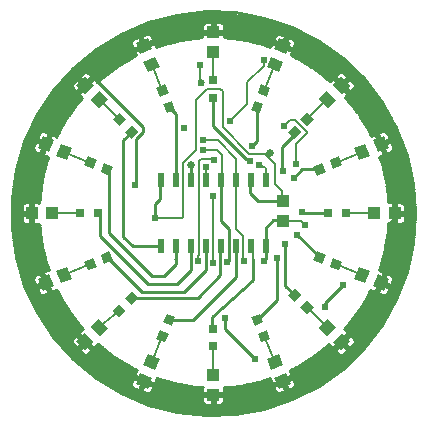
<source format=gtl>
G75*
%MOIN*%
%OFA0B0*%
%FSLAX25Y25*%
%IPPOS*%
%LPD*%
%AMOC8*
5,1,8,0,0,1.08239X$1,22.5*
%
%ADD10R,0.03150X0.03150*%
%ADD11R,0.04331X0.03937*%
%ADD12R,0.03150X0.03150*%
%ADD13R,0.03937X0.04331*%
%ADD14R,0.02362X0.04724*%
%ADD15C,0.02400*%
%ADD16C,0.01000*%
%ADD17C,0.00800*%
%ADD18C,0.02578*%
%ADD19C,0.02381*%
D10*
X0072760Y0026894D03*
X0072760Y0032799D03*
X0111146Y0071185D03*
X0117051Y0071185D03*
X0072760Y0109571D03*
X0072760Y0115476D03*
X0034374Y0071185D03*
X0028469Y0071185D03*
D11*
X0072760Y0017445D03*
X0072760Y0010752D03*
X0072760Y0124925D03*
X0072760Y0131618D03*
D12*
G36*
X0090529Y0110045D02*
X0087620Y0111250D01*
X0088825Y0114159D01*
X0091734Y0112954D01*
X0090529Y0110045D01*
G37*
G36*
X0088269Y0104589D02*
X0085360Y0105794D01*
X0086565Y0108703D01*
X0089474Y0107498D01*
X0088269Y0104589D01*
G37*
G36*
X0099885Y0096083D02*
X0097658Y0098310D01*
X0099885Y0100537D01*
X0102112Y0098310D01*
X0099885Y0096083D01*
G37*
G36*
X0104060Y0100259D02*
X0101833Y0102486D01*
X0104060Y0104713D01*
X0106287Y0102486D01*
X0104060Y0100259D01*
G37*
G36*
X0112825Y0086045D02*
X0111620Y0088954D01*
X0114529Y0090159D01*
X0115734Y0087250D01*
X0112825Y0086045D01*
G37*
G36*
X0107369Y0083785D02*
X0106164Y0086694D01*
X0109073Y0087899D01*
X0110278Y0084990D01*
X0107369Y0083785D01*
G37*
G36*
X0106164Y0055636D02*
X0107369Y0058545D01*
X0110278Y0057340D01*
X0109073Y0054431D01*
X0106164Y0055636D01*
G37*
G36*
X0111620Y0053376D02*
X0112825Y0056285D01*
X0115734Y0055080D01*
X0114529Y0052171D01*
X0111620Y0053376D01*
G37*
G36*
X0097658Y0044021D02*
X0099885Y0046248D01*
X0102112Y0044021D01*
X0099885Y0041794D01*
X0097658Y0044021D01*
G37*
G36*
X0101833Y0039845D02*
X0104060Y0042072D01*
X0106287Y0039845D01*
X0104060Y0037618D01*
X0101833Y0039845D01*
G37*
G36*
X0087620Y0031116D02*
X0090529Y0032321D01*
X0091734Y0029412D01*
X0088825Y0028207D01*
X0087620Y0031116D01*
G37*
G36*
X0085360Y0036572D02*
X0088269Y0037777D01*
X0089474Y0034868D01*
X0086565Y0033663D01*
X0085360Y0036572D01*
G37*
G36*
X0057211Y0037777D02*
X0060120Y0036572D01*
X0058915Y0033663D01*
X0056006Y0034868D01*
X0057211Y0037777D01*
G37*
G36*
X0054951Y0032321D02*
X0057860Y0031116D01*
X0056655Y0028207D01*
X0053746Y0029412D01*
X0054951Y0032321D01*
G37*
G36*
X0045596Y0045185D02*
X0047823Y0042958D01*
X0045596Y0040731D01*
X0043369Y0042958D01*
X0045596Y0045185D01*
G37*
G36*
X0041420Y0041009D02*
X0043647Y0038782D01*
X0041420Y0036555D01*
X0039193Y0038782D01*
X0041420Y0041009D01*
G37*
G36*
X0032691Y0056285D02*
X0033896Y0053376D01*
X0030987Y0052171D01*
X0029782Y0055080D01*
X0032691Y0056285D01*
G37*
G36*
X0038147Y0058545D02*
X0039352Y0055636D01*
X0036443Y0054431D01*
X0035238Y0057340D01*
X0038147Y0058545D01*
G37*
G36*
X0039352Y0086694D02*
X0038147Y0083785D01*
X0035238Y0084990D01*
X0036443Y0087899D01*
X0039352Y0086694D01*
G37*
G36*
X0033896Y0088954D02*
X0032691Y0086045D01*
X0029782Y0087250D01*
X0030987Y0090159D01*
X0033896Y0088954D01*
G37*
G36*
X0047823Y0098310D02*
X0045596Y0096083D01*
X0043369Y0098310D01*
X0045596Y0100537D01*
X0047823Y0098310D01*
G37*
G36*
X0043647Y0102486D02*
X0041420Y0100259D01*
X0039193Y0102486D01*
X0041420Y0104713D01*
X0043647Y0102486D01*
G37*
G36*
X0057860Y0111250D02*
X0054951Y0110045D01*
X0053746Y0112954D01*
X0056655Y0114159D01*
X0057860Y0111250D01*
G37*
G36*
X0060120Y0105794D02*
X0057211Y0104589D01*
X0056006Y0107498D01*
X0058915Y0108703D01*
X0060120Y0105794D01*
G37*
D13*
G36*
X0050943Y0118164D02*
X0049437Y0121799D01*
X0053437Y0123456D01*
X0054943Y0119821D01*
X0050943Y0118164D01*
G37*
G36*
X0048382Y0124347D02*
X0046876Y0127982D01*
X0050876Y0129639D01*
X0052382Y0126004D01*
X0048382Y0124347D01*
G37*
G36*
X0034593Y0106251D02*
X0031810Y0109034D01*
X0034871Y0112095D01*
X0037654Y0109312D01*
X0034593Y0106251D01*
G37*
G36*
X0029861Y0110984D02*
X0027078Y0113767D01*
X0030139Y0116828D01*
X0032922Y0114045D01*
X0029861Y0110984D01*
G37*
G36*
X0017901Y0091524D02*
X0014266Y0093030D01*
X0015923Y0097030D01*
X0019558Y0095524D01*
X0017901Y0091524D01*
G37*
G36*
X0024085Y0088962D02*
X0020450Y0090468D01*
X0022107Y0094468D01*
X0025742Y0092962D01*
X0024085Y0088962D01*
G37*
X0019020Y0071185D03*
X0012327Y0071185D03*
G36*
X0025742Y0049368D02*
X0022107Y0047862D01*
X0020450Y0051862D01*
X0024085Y0053368D01*
X0025742Y0049368D01*
G37*
G36*
X0019558Y0046807D02*
X0015923Y0045301D01*
X0014266Y0049301D01*
X0017901Y0050807D01*
X0019558Y0046807D01*
G37*
G36*
X0037654Y0033019D02*
X0034871Y0030236D01*
X0031810Y0033297D01*
X0034593Y0036080D01*
X0037654Y0033019D01*
G37*
G36*
X0032922Y0028286D02*
X0030139Y0025503D01*
X0027078Y0028564D01*
X0029861Y0031347D01*
X0032922Y0028286D01*
G37*
G36*
X0052382Y0016326D02*
X0050876Y0012691D01*
X0046876Y0014348D01*
X0048382Y0017983D01*
X0052382Y0016326D01*
G37*
G36*
X0054943Y0022510D02*
X0053437Y0018875D01*
X0049437Y0020532D01*
X0050943Y0024167D01*
X0054943Y0022510D01*
G37*
G36*
X0094569Y0024167D02*
X0096075Y0020532D01*
X0092075Y0018875D01*
X0090569Y0022510D01*
X0094569Y0024167D01*
G37*
G36*
X0097130Y0017983D02*
X0098636Y0014348D01*
X0094636Y0012691D01*
X0093130Y0016326D01*
X0097130Y0017983D01*
G37*
G36*
X0110887Y0036080D02*
X0113670Y0033297D01*
X0110609Y0030236D01*
X0107826Y0033019D01*
X0110887Y0036080D01*
G37*
G36*
X0115619Y0031347D02*
X0118402Y0028564D01*
X0115341Y0025503D01*
X0112558Y0028286D01*
X0115619Y0031347D01*
G37*
G36*
X0127579Y0050807D02*
X0131214Y0049301D01*
X0129557Y0045301D01*
X0125922Y0046807D01*
X0127579Y0050807D01*
G37*
G36*
X0121396Y0053368D02*
X0125031Y0051862D01*
X0123374Y0047862D01*
X0119739Y0049368D01*
X0121396Y0053368D01*
G37*
X0126500Y0071185D03*
X0133193Y0071185D03*
G36*
X0119739Y0092962D02*
X0123374Y0094468D01*
X0125031Y0090468D01*
X0121396Y0088962D01*
X0119739Y0092962D01*
G37*
G36*
X0125922Y0095524D02*
X0129557Y0097030D01*
X0131214Y0093030D01*
X0127579Y0091524D01*
X0125922Y0095524D01*
G37*
G36*
X0107826Y0109312D02*
X0110609Y0112095D01*
X0113670Y0109034D01*
X0110887Y0106251D01*
X0107826Y0109312D01*
G37*
G36*
X0112558Y0114045D02*
X0115341Y0116828D01*
X0118402Y0113767D01*
X0115619Y0110984D01*
X0112558Y0114045D01*
G37*
G36*
X0093130Y0126004D02*
X0094636Y0129639D01*
X0098636Y0127982D01*
X0097130Y0124347D01*
X0093130Y0126004D01*
G37*
G36*
X0090569Y0119821D02*
X0092075Y0123456D01*
X0096075Y0121799D01*
X0094569Y0118164D01*
X0090569Y0119821D01*
G37*
X0095988Y0075319D03*
X0095988Y0068626D03*
D14*
X0090260Y0060161D03*
X0085260Y0060161D03*
X0080260Y0060161D03*
X0075260Y0060161D03*
X0070260Y0060161D03*
X0065260Y0060161D03*
X0060260Y0060161D03*
X0055260Y0060161D03*
X0055260Y0082209D03*
X0060260Y0082209D03*
X0065260Y0082209D03*
X0070260Y0082209D03*
X0075260Y0082209D03*
X0080260Y0082209D03*
X0085260Y0082209D03*
X0090260Y0082209D03*
D15*
X0088114Y0087327D03*
X0084965Y0088508D03*
X0085752Y0093626D03*
X0078272Y0101894D03*
X0069217Y0095594D03*
X0069217Y0092445D03*
X0073154Y0088902D03*
X0072760Y0077091D03*
X0053469Y0069610D03*
X0046776Y0080634D03*
X0062917Y0099531D03*
X0068823Y0114689D03*
X0068429Y0120791D03*
X0089689Y0122366D03*
X0109374Y0122366D03*
X0096382Y0100319D03*
X0100319Y0087720D03*
X0099531Y0082996D03*
X0095988Y0085358D03*
X0102287Y0071579D03*
X0103469Y0067248D03*
X0100713Y0064098D03*
X0096776Y0060949D03*
X0094020Y0056224D03*
X0089689Y0055437D03*
X0082996Y0055437D03*
X0077484Y0055043D03*
X0072760Y0054650D03*
X0067642Y0055437D03*
X0076697Y0036146D03*
X0086539Y0022760D03*
X0110161Y0040083D03*
X0116067Y0047169D03*
X0126303Y0043232D03*
X0136146Y0087327D03*
X0058587Y0013311D03*
X0018823Y0041657D03*
X0013705Y0077878D03*
X0024335Y0110161D03*
X0034177Y0118429D03*
D16*
X0039990Y0023256D02*
X0025492Y0023256D01*
X0026002Y0022687D02*
X0019439Y0030012D01*
X0014012Y0038214D01*
X0009837Y0047119D01*
X0007004Y0056537D01*
X0005572Y0066268D01*
X0005572Y0076103D01*
X0007004Y0085833D01*
X0009837Y0095251D01*
X0014012Y0104156D01*
X0019439Y0112358D01*
X0026002Y0119683D01*
X0033561Y0125974D01*
X0041956Y0131098D01*
X0051008Y0134944D01*
X0060523Y0137432D01*
X0070299Y0138508D01*
X0080128Y0138149D01*
X0089799Y0136362D01*
X0099108Y0133187D01*
X0107854Y0128690D01*
X0115853Y0122967D01*
X0122933Y0116141D01*
X0128944Y0108356D01*
X0133758Y0099780D01*
X0137271Y0090594D01*
X0139410Y0080994D01*
X0140127Y0071185D01*
X0139410Y0061376D01*
X0137271Y0051776D01*
X0133758Y0042590D01*
X0128944Y0034014D01*
X0122933Y0026229D01*
X0115853Y0019403D01*
X0107854Y0013680D01*
X0099108Y0009183D01*
X0089799Y0006008D01*
X0080128Y0004222D01*
X0070299Y0003862D01*
X0060523Y0004938D01*
X0051008Y0007426D01*
X0041956Y0011272D01*
X0033561Y0016396D01*
X0026002Y0022687D01*
X0026517Y0022258D02*
X0041538Y0022258D01*
X0040837Y0022678D02*
X0045028Y0020165D01*
X0045047Y0020112D01*
X0045377Y0019956D01*
X0045691Y0019768D01*
X0045745Y0019782D01*
X0047304Y0019045D01*
X0047071Y0018741D01*
X0046428Y0017187D01*
X0049367Y0015970D01*
X0048996Y0015075D01*
X0049891Y0014705D01*
X0050262Y0015599D01*
X0053200Y0014382D01*
X0053844Y0015936D01*
X0053894Y0016315D01*
X0055515Y0015736D01*
X0055544Y0015687D01*
X0055898Y0015598D01*
X0056242Y0015475D01*
X0056293Y0015500D01*
X0061033Y0014312D01*
X0061066Y0014267D01*
X0061427Y0014213D01*
X0061782Y0014125D01*
X0061830Y0014154D01*
X0066664Y0013437D01*
X0066702Y0013395D01*
X0067066Y0013377D01*
X0067427Y0013323D01*
X0067473Y0013357D01*
X0069190Y0013273D01*
X0069094Y0012918D01*
X0069094Y0011236D01*
X0072276Y0011236D01*
X0072276Y0010268D01*
X0073244Y0010268D01*
X0073244Y0011236D01*
X0076425Y0011236D01*
X0076425Y0012918D01*
X0076333Y0013261D01*
X0078064Y0013340D01*
X0078109Y0013306D01*
X0078470Y0013358D01*
X0078835Y0013375D01*
X0078873Y0013417D01*
X0083728Y0014120D01*
X0083777Y0014091D01*
X0084131Y0014178D01*
X0084492Y0014230D01*
X0084526Y0014276D01*
X0089289Y0015451D01*
X0089340Y0015427D01*
X0089684Y0015549D01*
X0090039Y0015636D01*
X0090068Y0015685D01*
X0091628Y0016237D01*
X0091668Y0015936D01*
X0092311Y0014382D01*
X0095250Y0015599D01*
X0095621Y0014705D01*
X0092682Y0013487D01*
X0093326Y0011934D01*
X0093566Y0011620D01*
X0093879Y0011380D01*
X0094244Y0011229D01*
X0094636Y0011177D01*
X0095027Y0011229D01*
X0096763Y0011948D01*
X0095621Y0014705D01*
X0096516Y0015075D01*
X0097658Y0012318D01*
X0099393Y0013037D01*
X0099707Y0013278D01*
X0099947Y0013591D01*
X0100098Y0013956D01*
X0100150Y0014347D01*
X0100098Y0014739D01*
X0099455Y0016293D01*
X0096516Y0015075D01*
X0096145Y0015970D01*
X0099084Y0017187D01*
X0098440Y0018741D01*
X0098275Y0018957D01*
X0099887Y0019712D01*
X0099941Y0019698D01*
X0100255Y0019885D01*
X0100586Y0020040D01*
X0100605Y0020093D01*
X0104822Y0022601D01*
X0104877Y0022592D01*
X0105171Y0022809D01*
X0105485Y0022995D01*
X0105499Y0023050D01*
X0109450Y0025959D01*
X0109506Y0025956D01*
X0109777Y0026200D01*
X0110071Y0026417D01*
X0110080Y0026472D01*
X0111259Y0027534D01*
X0111357Y0027365D01*
X0112546Y0026176D01*
X0114796Y0028425D01*
X0115480Y0027740D01*
X0113231Y0025491D01*
X0114420Y0024302D01*
X0114762Y0024104D01*
X0115144Y0024002D01*
X0115539Y0024002D01*
X0115920Y0024104D01*
X0116262Y0024302D01*
X0117591Y0025630D01*
X0115480Y0027740D01*
X0116165Y0028425D01*
X0115481Y0029110D01*
X0117730Y0031359D01*
X0116541Y0032548D01*
X0116403Y0032628D01*
X0117610Y0033951D01*
X0117666Y0033959D01*
X0117884Y0034252D01*
X0118130Y0034521D01*
X0118128Y0034578D01*
X0121064Y0038508D01*
X0121119Y0038522D01*
X0121307Y0038834D01*
X0121526Y0039127D01*
X0121518Y0039182D01*
X0124054Y0043382D01*
X0124108Y0043401D01*
X0124265Y0043730D01*
X0124454Y0044043D01*
X0124440Y0044097D01*
X0125123Y0045528D01*
X0125164Y0045497D01*
X0126718Y0044853D01*
X0127935Y0047792D01*
X0128830Y0047421D01*
X0127613Y0044482D01*
X0129167Y0043839D01*
X0129558Y0043787D01*
X0129950Y0043839D01*
X0130315Y0043990D01*
X0130628Y0044230D01*
X0130868Y0044544D01*
X0131587Y0046279D01*
X0128830Y0047421D01*
X0129201Y0048316D01*
X0131958Y0047174D01*
X0132677Y0048910D01*
X0132728Y0049301D01*
X0132677Y0049693D01*
X0132526Y0050058D01*
X0132285Y0050371D01*
X0131972Y0050611D01*
X0130418Y0051255D01*
X0129201Y0048316D01*
X0128306Y0048687D01*
X0129523Y0051626D01*
X0127970Y0052269D01*
X0127950Y0052272D01*
X0128535Y0053888D01*
X0128584Y0053917D01*
X0128673Y0054271D01*
X0128798Y0054614D01*
X0128774Y0054665D01*
X0129982Y0059420D01*
X0130028Y0059454D01*
X0130082Y0059815D01*
X0130172Y0060169D01*
X0130143Y0060217D01*
X0130880Y0065067D01*
X0130922Y0065105D01*
X0130941Y0065470D01*
X0130996Y0065831D01*
X0130962Y0065876D01*
X0131049Y0067520D01*
X0132709Y0067520D01*
X0132709Y0070701D01*
X0133677Y0070701D01*
X0133677Y0071669D01*
X0136661Y0071669D01*
X0136661Y0073548D01*
X0136559Y0073929D01*
X0136362Y0074271D01*
X0136082Y0074551D01*
X0135740Y0074748D01*
X0135359Y0074850D01*
X0133677Y0074850D01*
X0133677Y0071669D01*
X0132709Y0071669D01*
X0132709Y0074850D01*
X0131074Y0074850D01*
X0130997Y0076528D01*
X0131031Y0076573D01*
X0130978Y0076934D01*
X0130962Y0077299D01*
X0130920Y0077337D01*
X0130211Y0082230D01*
X0130240Y0082279D01*
X0130153Y0082633D01*
X0130101Y0082994D01*
X0130055Y0083028D01*
X0128870Y0087829D01*
X0128895Y0087880D01*
X0128773Y0088224D01*
X0128685Y0088578D01*
X0128637Y0088607D01*
X0128103Y0090117D01*
X0129523Y0090705D01*
X0128306Y0093644D01*
X0129201Y0094015D01*
X0128830Y0094909D01*
X0127935Y0094539D01*
X0126718Y0097478D01*
X0125328Y0096902D01*
X0124580Y0098498D01*
X0124594Y0098552D01*
X0124407Y0098866D01*
X0124252Y0099197D01*
X0124199Y0099216D01*
X0121672Y0103466D01*
X0121680Y0103521D01*
X0121463Y0103815D01*
X0121277Y0104129D01*
X0121222Y0104143D01*
X0118290Y0108125D01*
X0118293Y0108181D01*
X0118049Y0108452D01*
X0117833Y0108746D01*
X0117777Y0108755D01*
X0116704Y0109946D01*
X0117730Y0110971D01*
X0115480Y0113221D01*
X0116165Y0113906D01*
X0115480Y0114591D01*
X0114796Y0113906D01*
X0112546Y0116155D01*
X0111544Y0115153D01*
X0110244Y0116340D01*
X0110235Y0116395D01*
X0109943Y0116614D01*
X0109673Y0116860D01*
X0109617Y0116857D01*
X0105655Y0119816D01*
X0105642Y0119871D01*
X0105330Y0120060D01*
X0105037Y0120278D01*
X0104981Y0120270D01*
X0100749Y0122827D01*
X0100730Y0122880D01*
X0100400Y0123037D01*
X0100088Y0123226D01*
X0100033Y0123212D01*
X0098573Y0123909D01*
X0099084Y0125143D01*
X0096145Y0126361D01*
X0096516Y0127255D01*
X0099455Y0126038D01*
X0100098Y0127592D01*
X0100150Y0127983D01*
X0100098Y0128375D01*
X0099947Y0128740D01*
X0099707Y0129053D01*
X0099393Y0129294D01*
X0097658Y0130012D01*
X0096516Y0127255D01*
X0095621Y0127626D01*
X0096763Y0130383D01*
X0095027Y0131102D01*
X0094636Y0131154D01*
X0094244Y0131102D01*
X0093879Y0130951D01*
X0093566Y0130710D01*
X0093326Y0130397D01*
X0092682Y0128843D01*
X0095621Y0127626D01*
X0095250Y0126731D01*
X0092311Y0127949D01*
X0091812Y0126743D01*
X0090171Y0127337D01*
X0090142Y0127386D01*
X0089788Y0127475D01*
X0089445Y0127600D01*
X0089394Y0127576D01*
X0084601Y0128793D01*
X0084568Y0128839D01*
X0084207Y0128894D01*
X0083853Y0128984D01*
X0083805Y0128955D01*
X0078916Y0129697D01*
X0078878Y0129739D01*
X0078514Y0129758D01*
X0078153Y0129813D01*
X0078107Y0129779D01*
X0076425Y0129868D01*
X0076425Y0131134D01*
X0073244Y0131134D01*
X0073244Y0132102D01*
X0076425Y0132102D01*
X0076425Y0133784D01*
X0076323Y0134166D01*
X0076125Y0134508D01*
X0075846Y0134787D01*
X0075504Y0134984D01*
X0075123Y0135087D01*
X0073244Y0135087D01*
X0073244Y0132102D01*
X0072276Y0132102D01*
X0072276Y0131134D01*
X0069094Y0131134D01*
X0069094Y0129855D01*
X0067429Y0129762D01*
X0067383Y0129795D01*
X0067023Y0129739D01*
X0066658Y0129719D01*
X0066621Y0129677D01*
X0061754Y0128921D01*
X0061705Y0128950D01*
X0061352Y0128858D01*
X0060991Y0128802D01*
X0060957Y0128757D01*
X0056188Y0127527D01*
X0056137Y0127551D01*
X0055794Y0127426D01*
X0055440Y0127335D01*
X0055412Y0127286D01*
X0053730Y0126671D01*
X0053200Y0127949D01*
X0050262Y0126731D01*
X0049891Y0127626D01*
X0052830Y0128843D01*
X0052186Y0130397D01*
X0051946Y0130710D01*
X0051632Y0130951D01*
X0051268Y0131102D01*
X0050876Y0131154D01*
X0050484Y0131102D01*
X0048749Y0130383D01*
X0049891Y0127626D01*
X0048996Y0127255D01*
X0049367Y0126361D01*
X0046428Y0125143D01*
X0046981Y0123808D01*
X0045599Y0123142D01*
X0045544Y0123156D01*
X0045232Y0122966D01*
X0044903Y0122808D01*
X0044885Y0122754D01*
X0040678Y0120193D01*
X0040622Y0120201D01*
X0040330Y0119982D01*
X0040018Y0119792D01*
X0040005Y0119737D01*
X0036069Y0116776D01*
X0036012Y0116778D01*
X0035744Y0116531D01*
X0035452Y0116312D01*
X0035444Y0116256D01*
X0034083Y0115006D01*
X0032934Y0116155D01*
X0030685Y0113906D01*
X0030000Y0114591D01*
X0032249Y0116840D01*
X0031060Y0118029D01*
X0030718Y0118227D01*
X0030336Y0118329D01*
X0029942Y0118329D01*
X0029560Y0118227D01*
X0029218Y0118029D01*
X0027890Y0116701D01*
X0030000Y0114591D01*
X0029315Y0113906D01*
X0027205Y0116016D01*
X0025876Y0114687D01*
X0025679Y0114345D01*
X0025577Y0113964D01*
X0025577Y0113569D01*
X0025679Y0113187D01*
X0025876Y0112845D01*
X0027066Y0111656D01*
X0029315Y0113906D01*
X0030000Y0113221D01*
X0027750Y0110971D01*
X0028940Y0109782D01*
X0028950Y0109776D01*
X0027964Y0108673D01*
X0027908Y0108664D01*
X0027693Y0108369D01*
X0027449Y0108097D01*
X0027452Y0108041D01*
X0024546Y0104065D01*
X0024491Y0104051D01*
X0024305Y0103736D01*
X0024090Y0103442D01*
X0024099Y0103386D01*
X0021595Y0099144D01*
X0021542Y0099125D01*
X0021389Y0098793D01*
X0021203Y0098479D01*
X0021217Y0098424D01*
X0020436Y0096742D01*
X0020316Y0096834D01*
X0018762Y0097478D01*
X0017545Y0094539D01*
X0016650Y0094909D01*
X0016279Y0094015D01*
X0013522Y0095157D01*
X0012804Y0093421D01*
X0012752Y0093029D01*
X0012804Y0092638D01*
X0012955Y0092273D01*
X0013195Y0091960D01*
X0013508Y0091719D01*
X0015062Y0091076D01*
X0016279Y0094015D01*
X0017174Y0093644D01*
X0015957Y0090705D01*
X0017511Y0090061D01*
X0017726Y0090033D01*
X0017208Y0088556D01*
X0017160Y0088526D01*
X0017074Y0088172D01*
X0016953Y0087827D01*
X0016978Y0087776D01*
X0015814Y0082990D01*
X0015769Y0082957D01*
X0015718Y0082595D01*
X0015631Y0082240D01*
X0015661Y0082192D01*
X0014971Y0077315D01*
X0014930Y0077277D01*
X0014914Y0076912D01*
X0014863Y0076551D01*
X0014897Y0076506D01*
X0014823Y0074762D01*
X0014493Y0074850D01*
X0012811Y0074850D01*
X0012811Y0071669D01*
X0011842Y0071669D01*
X0011842Y0070701D01*
X0008858Y0070701D01*
X0008858Y0068822D01*
X0008960Y0068441D01*
X0009158Y0068099D01*
X0009437Y0067819D01*
X0009779Y0067622D01*
X0010161Y0067520D01*
X0011842Y0067520D01*
X0011842Y0070701D01*
X0012811Y0070701D01*
X0012811Y0067520D01*
X0014493Y0067520D01*
X0014847Y0067615D01*
X0014932Y0065898D01*
X0014898Y0065853D01*
X0014952Y0065491D01*
X0014970Y0065127D01*
X0015011Y0065089D01*
X0015728Y0060255D01*
X0015699Y0060207D01*
X0015788Y0059853D01*
X0015842Y0059492D01*
X0015887Y0059458D01*
X0017074Y0054718D01*
X0017050Y0054667D01*
X0017173Y0054323D01*
X0017262Y0053969D01*
X0017310Y0053940D01*
X0017890Y0052319D01*
X0017511Y0052269D01*
X0015957Y0051626D01*
X0017174Y0048687D01*
X0016279Y0048316D01*
X0016650Y0047421D01*
X0017545Y0047792D01*
X0018762Y0044853D01*
X0020316Y0045497D01*
X0020620Y0045730D01*
X0021357Y0044170D01*
X0021343Y0044116D01*
X0021531Y0043803D01*
X0021687Y0043473D01*
X0021740Y0043454D01*
X0024252Y0039262D01*
X0024244Y0039206D01*
X0024462Y0038913D01*
X0024649Y0038600D01*
X0024704Y0038586D01*
X0027615Y0034661D01*
X0027612Y0034605D01*
X0027857Y0034335D01*
X0028075Y0034041D01*
X0028131Y0034033D01*
X0029294Y0032749D01*
X0029282Y0032746D01*
X0028940Y0032548D01*
X0027750Y0031359D01*
X0030000Y0029110D01*
X0029315Y0028425D01*
X0030000Y0027740D01*
X0030685Y0028425D01*
X0032934Y0026176D01*
X0034123Y0027365D01*
X0034321Y0027707D01*
X0034324Y0027719D01*
X0035608Y0026556D01*
X0035616Y0026500D01*
X0035909Y0026283D01*
X0036180Y0026037D01*
X0036236Y0026040D01*
X0040161Y0023129D01*
X0040175Y0023074D01*
X0040488Y0022887D01*
X0040781Y0022669D01*
X0040837Y0022678D01*
X0038644Y0024255D02*
X0030979Y0024255D01*
X0031060Y0024302D02*
X0032249Y0025491D01*
X0030000Y0027740D01*
X0027890Y0025630D01*
X0029218Y0024302D01*
X0029560Y0024104D01*
X0029942Y0024002D01*
X0030336Y0024002D01*
X0030718Y0024104D01*
X0031060Y0024302D01*
X0032012Y0025253D02*
X0037297Y0025253D01*
X0035943Y0026252D02*
X0033010Y0026252D01*
X0032858Y0026252D02*
X0031488Y0026252D01*
X0031859Y0027250D02*
X0030490Y0027250D01*
X0029510Y0027250D02*
X0028140Y0027250D01*
X0028511Y0026252D02*
X0022808Y0026252D01*
X0023702Y0025253D02*
X0028266Y0025253D01*
X0029299Y0024255D02*
X0024597Y0024255D01*
X0027205Y0026315D02*
X0025876Y0027643D01*
X0025679Y0027985D01*
X0025577Y0028367D01*
X0025577Y0028762D01*
X0025679Y0029143D01*
X0025876Y0029485D01*
X0027066Y0030674D01*
X0029315Y0028425D01*
X0027205Y0026315D01*
X0026269Y0027250D02*
X0021913Y0027250D01*
X0021018Y0028249D02*
X0025608Y0028249D01*
X0025739Y0029247D02*
X0020124Y0029247D01*
X0019284Y0030246D02*
X0026637Y0030246D01*
X0027494Y0030246D02*
X0028864Y0030246D01*
X0028493Y0029247D02*
X0029862Y0029247D01*
X0029491Y0028249D02*
X0029139Y0028249D01*
X0030508Y0028249D02*
X0030861Y0028249D01*
X0034009Y0027250D02*
X0034842Y0027250D01*
X0028634Y0032243D02*
X0017963Y0032243D01*
X0018623Y0031244D02*
X0027865Y0031244D01*
X0028848Y0033241D02*
X0017302Y0033241D01*
X0016641Y0034240D02*
X0027928Y0034240D01*
X0027187Y0035238D02*
X0015981Y0035238D01*
X0015320Y0036237D02*
X0026447Y0036237D01*
X0025706Y0037235D02*
X0014660Y0037235D01*
X0014003Y0038234D02*
X0024965Y0038234D01*
X0024248Y0039232D02*
X0013535Y0039232D01*
X0013067Y0040231D02*
X0023672Y0040231D01*
X0023073Y0041229D02*
X0012598Y0041229D01*
X0012130Y0042228D02*
X0022475Y0042228D01*
X0021876Y0043226D02*
X0011662Y0043226D01*
X0011194Y0044225D02*
X0014859Y0044225D01*
X0014852Y0044230D02*
X0015166Y0043990D01*
X0015531Y0043839D01*
X0015922Y0043787D01*
X0016314Y0043839D01*
X0017867Y0044482D01*
X0016650Y0047421D01*
X0013893Y0046279D01*
X0014612Y0044544D01*
X0014852Y0044230D01*
X0014330Y0045223D02*
X0010726Y0045223D01*
X0010258Y0046222D02*
X0013917Y0046222D01*
X0013522Y0047174D02*
X0016279Y0048316D01*
X0015062Y0051255D01*
X0013508Y0050611D01*
X0013195Y0050371D01*
X0012955Y0050058D01*
X0012804Y0049693D01*
X0012752Y0049301D01*
X0012804Y0048910D01*
X0013522Y0047174D01*
X0013503Y0047220D02*
X0009807Y0047220D01*
X0009507Y0048219D02*
X0013090Y0048219D01*
X0012763Y0049217D02*
X0009206Y0049217D01*
X0008906Y0050216D02*
X0013076Y0050216D01*
X0014964Y0051214D02*
X0008605Y0051214D01*
X0008305Y0052213D02*
X0017375Y0052213D01*
X0017571Y0053211D02*
X0008004Y0053211D01*
X0007704Y0054210D02*
X0017202Y0054210D01*
X0016951Y0055209D02*
X0007404Y0055209D01*
X0007103Y0056207D02*
X0016701Y0056207D01*
X0016451Y0057206D02*
X0006906Y0057206D01*
X0006759Y0058204D02*
X0016201Y0058204D01*
X0015951Y0059203D02*
X0006612Y0059203D01*
X0006465Y0060201D02*
X0015701Y0060201D01*
X0015588Y0061200D02*
X0006318Y0061200D01*
X0006171Y0062198D02*
X0015440Y0062198D01*
X0015292Y0063197D02*
X0006024Y0063197D01*
X0005877Y0064195D02*
X0015144Y0064195D01*
X0014966Y0065194D02*
X0005730Y0065194D01*
X0005583Y0066192D02*
X0014917Y0066192D01*
X0014868Y0067191D02*
X0005572Y0067191D01*
X0005572Y0068189D02*
X0009106Y0068189D01*
X0008858Y0069188D02*
X0005572Y0069188D01*
X0005572Y0070186D02*
X0008858Y0070186D01*
X0008858Y0071669D02*
X0011842Y0071669D01*
X0011842Y0074850D01*
X0010161Y0074850D01*
X0009779Y0074748D01*
X0009437Y0074551D01*
X0009158Y0074271D01*
X0008960Y0073929D01*
X0008858Y0073548D01*
X0008858Y0071669D01*
X0008858Y0072183D02*
X0005572Y0072183D01*
X0005572Y0071185D02*
X0011842Y0071185D01*
X0011842Y0072183D02*
X0012811Y0072183D01*
X0012811Y0073182D02*
X0011842Y0073182D01*
X0011842Y0074180D02*
X0012811Y0074180D01*
X0014841Y0075179D02*
X0005572Y0075179D01*
X0005583Y0076177D02*
X0014883Y0076177D01*
X0014926Y0077176D02*
X0005730Y0077176D01*
X0005877Y0078174D02*
X0015093Y0078174D01*
X0015234Y0079173D02*
X0006024Y0079173D01*
X0006171Y0080171D02*
X0015375Y0080171D01*
X0015516Y0081170D02*
X0006318Y0081170D01*
X0006465Y0082168D02*
X0015657Y0082168D01*
X0015857Y0083167D02*
X0006612Y0083167D01*
X0006758Y0084165D02*
X0016100Y0084165D01*
X0016342Y0085164D02*
X0006905Y0085164D01*
X0007103Y0086162D02*
X0016585Y0086162D01*
X0016828Y0087161D02*
X0007403Y0087161D01*
X0007704Y0088159D02*
X0017070Y0088159D01*
X0017419Y0089158D02*
X0008004Y0089158D01*
X0008305Y0090156D02*
X0017281Y0090156D01*
X0016143Y0091155D02*
X0015095Y0091155D01*
X0014871Y0091155D02*
X0008605Y0091155D01*
X0008905Y0092153D02*
X0013046Y0092153D01*
X0012768Y0093152D02*
X0009206Y0093152D01*
X0009506Y0094150D02*
X0013106Y0094150D01*
X0013519Y0095149D02*
X0009807Y0095149D01*
X0010258Y0096147D02*
X0013933Y0096147D01*
X0013893Y0096051D02*
X0016650Y0094909D01*
X0017867Y0097848D01*
X0016314Y0098492D01*
X0015922Y0098543D01*
X0015531Y0098492D01*
X0015166Y0098341D01*
X0014852Y0098100D01*
X0014612Y0097787D01*
X0013893Y0096051D01*
X0013541Y0095149D02*
X0016072Y0095149D01*
X0016749Y0095149D02*
X0017798Y0095149D01*
X0018211Y0096147D02*
X0017163Y0096147D01*
X0017577Y0097146D02*
X0018625Y0097146D01*
X0019563Y0097146D02*
X0020623Y0097146D01*
X0021087Y0098144D02*
X0017152Y0098144D01*
X0014910Y0098144D02*
X0011194Y0098144D01*
X0010726Y0097146D02*
X0014346Y0097146D01*
X0011662Y0099143D02*
X0021593Y0099143D01*
X0022184Y0100142D02*
X0012130Y0100142D01*
X0012598Y0101140D02*
X0022773Y0101140D01*
X0023363Y0102139D02*
X0013066Y0102139D01*
X0013534Y0103137D02*
X0023952Y0103137D01*
X0024597Y0104136D02*
X0014002Y0104136D01*
X0014659Y0105134D02*
X0025327Y0105134D01*
X0026057Y0106133D02*
X0015320Y0106133D01*
X0015980Y0107131D02*
X0026787Y0107131D01*
X0027478Y0108130D02*
X0016641Y0108130D01*
X0017301Y0109128D02*
X0028371Y0109128D01*
X0028595Y0110127D02*
X0017962Y0110127D01*
X0018623Y0111125D02*
X0027904Y0111125D01*
X0027533Y0112124D02*
X0028903Y0112124D01*
X0028531Y0113122D02*
X0029901Y0113122D01*
X0029530Y0114121D02*
X0029100Y0114121D01*
X0029471Y0115119D02*
X0028101Y0115119D01*
X0028473Y0116118D02*
X0022807Y0116118D01*
X0023702Y0117116D02*
X0028305Y0117116D01*
X0029366Y0118115D02*
X0024596Y0118115D01*
X0025491Y0119113D02*
X0039175Y0119113D01*
X0037848Y0118115D02*
X0030912Y0118115D01*
X0031973Y0117116D02*
X0036521Y0117116D01*
X0035293Y0116118D02*
X0032971Y0116118D01*
X0032897Y0116118D02*
X0031527Y0116118D01*
X0031898Y0115119D02*
X0030528Y0115119D01*
X0030470Y0114121D02*
X0030900Y0114121D01*
X0026598Y0112124D02*
X0019283Y0112124D01*
X0020123Y0113122D02*
X0025717Y0113122D01*
X0025619Y0114121D02*
X0021018Y0114121D01*
X0021912Y0115119D02*
X0026308Y0115119D01*
X0026517Y0120112D02*
X0040503Y0120112D01*
X0042184Y0121110D02*
X0027716Y0121110D01*
X0028916Y0122109D02*
X0043824Y0122109D01*
X0045464Y0123107D02*
X0030116Y0123107D01*
X0031316Y0124106D02*
X0046858Y0124106D01*
X0046444Y0125104D02*
X0032516Y0125104D01*
X0033772Y0126103D02*
X0046030Y0126103D01*
X0046057Y0126038D02*
X0048996Y0127255D01*
X0047854Y0130012D01*
X0046118Y0129294D01*
X0045805Y0129053D01*
X0045565Y0128740D01*
X0045414Y0128375D01*
X0045362Y0127983D01*
X0045414Y0127592D01*
X0046057Y0126038D01*
X0046214Y0126103D02*
X0048744Y0126103D01*
X0048624Y0127101D02*
X0049060Y0127101D01*
X0050108Y0127101D02*
X0051155Y0127101D01*
X0051035Y0128100D02*
X0058409Y0128100D01*
X0054906Y0127101D02*
X0053551Y0127101D01*
X0052724Y0129098D02*
X0062896Y0129098D01*
X0069094Y0130097D02*
X0052311Y0130097D01*
X0051284Y0131095D02*
X0069094Y0131095D01*
X0069094Y0132102D02*
X0072276Y0132102D01*
X0072276Y0135087D01*
X0070397Y0135087D01*
X0070016Y0134984D01*
X0069673Y0134787D01*
X0069394Y0134508D01*
X0069197Y0134166D01*
X0069094Y0133784D01*
X0069094Y0132102D01*
X0069094Y0133092D02*
X0046650Y0133092D01*
X0044300Y0132094D02*
X0072276Y0132094D01*
X0073244Y0132094D02*
X0101233Y0132094D01*
X0099291Y0133092D02*
X0076425Y0133092D01*
X0076343Y0134091D02*
X0096457Y0134091D01*
X0093530Y0135089D02*
X0051563Y0135089D01*
X0049000Y0134091D02*
X0069177Y0134091D01*
X0072276Y0134091D02*
X0073244Y0134091D01*
X0073244Y0133092D02*
X0072276Y0133092D01*
X0076425Y0131095D02*
X0094228Y0131095D01*
X0095043Y0131095D02*
X0103175Y0131095D01*
X0105117Y0130097D02*
X0096644Y0130097D01*
X0096231Y0129098D02*
X0097279Y0129098D01*
X0096865Y0128100D02*
X0095817Y0128100D01*
X0095404Y0127101D02*
X0094357Y0127101D01*
X0094477Y0128100D02*
X0087331Y0128100D01*
X0090823Y0127101D02*
X0091960Y0127101D01*
X0092788Y0129098D02*
X0082859Y0129098D01*
X0076425Y0130097D02*
X0093201Y0130097D01*
X0096452Y0127101D02*
X0096888Y0127101D01*
X0096767Y0126103D02*
X0099298Y0126103D01*
X0099481Y0126103D02*
X0111470Y0126103D01*
X0110074Y0127101D02*
X0099895Y0127101D01*
X0100134Y0128100D02*
X0108679Y0128100D01*
X0107059Y0129098D02*
X0099648Y0129098D01*
X0099068Y0125104D02*
X0112866Y0125104D01*
X0114261Y0124106D02*
X0098654Y0124106D01*
X0100284Y0123107D02*
X0115657Y0123107D01*
X0116743Y0122109D02*
X0101937Y0122109D01*
X0103591Y0121110D02*
X0117779Y0121110D01*
X0118815Y0120112D02*
X0105260Y0120112D01*
X0106597Y0119113D02*
X0119850Y0119113D01*
X0120886Y0118115D02*
X0116114Y0118115D01*
X0116262Y0118029D02*
X0115920Y0118227D01*
X0115539Y0118329D01*
X0115144Y0118329D01*
X0114762Y0118227D01*
X0114420Y0118029D01*
X0113231Y0116840D01*
X0115480Y0114591D01*
X0117591Y0116701D01*
X0116262Y0118029D01*
X0117175Y0117116D02*
X0121922Y0117116D01*
X0122951Y0116118D02*
X0117008Y0116118D01*
X0117379Y0115119D02*
X0116009Y0115119D01*
X0115950Y0114121D02*
X0116380Y0114121D01*
X0116165Y0113906D02*
X0118275Y0116016D01*
X0119604Y0114687D01*
X0119801Y0114345D01*
X0119904Y0113964D01*
X0119904Y0113569D01*
X0119801Y0113187D01*
X0119604Y0112845D01*
X0118415Y0111656D01*
X0116165Y0113906D01*
X0115579Y0113122D02*
X0116949Y0113122D01*
X0116578Y0112124D02*
X0117947Y0112124D01*
X0118882Y0112124D02*
X0126035Y0112124D01*
X0125264Y0113122D02*
X0119764Y0113122D01*
X0119862Y0114121D02*
X0124493Y0114121D01*
X0123722Y0115119D02*
X0119172Y0115119D01*
X0114952Y0115119D02*
X0113582Y0115119D01*
X0113953Y0116118D02*
X0112584Y0116118D01*
X0112509Y0116118D02*
X0110487Y0116118D01*
X0109270Y0117116D02*
X0113507Y0117116D01*
X0114569Y0118115D02*
X0107934Y0118115D01*
X0114581Y0114121D02*
X0115011Y0114121D01*
X0117576Y0111125D02*
X0126806Y0111125D01*
X0127577Y0110127D02*
X0116885Y0110127D01*
X0117441Y0109128D02*
X0128348Y0109128D01*
X0129072Y0108130D02*
X0118291Y0108130D01*
X0119022Y0107131D02*
X0129632Y0107131D01*
X0130192Y0106133D02*
X0119757Y0106133D01*
X0120492Y0105134D02*
X0130753Y0105134D01*
X0131313Y0104136D02*
X0121251Y0104136D01*
X0121867Y0103137D02*
X0131873Y0103137D01*
X0132434Y0102139D02*
X0122461Y0102139D01*
X0123055Y0101140D02*
X0132994Y0101140D01*
X0133555Y0100142D02*
X0123649Y0100142D01*
X0124277Y0099143D02*
X0134001Y0099143D01*
X0134383Y0098144D02*
X0130570Y0098144D01*
X0130628Y0098100D02*
X0130315Y0098341D01*
X0129950Y0098492D01*
X0129558Y0098543D01*
X0129167Y0098492D01*
X0127613Y0097848D01*
X0128830Y0094909D01*
X0131587Y0096051D01*
X0130868Y0097787D01*
X0130628Y0098100D01*
X0131134Y0097146D02*
X0134765Y0097146D01*
X0135147Y0096147D02*
X0131547Y0096147D01*
X0131958Y0095157D02*
X0129201Y0094015D01*
X0130418Y0091076D01*
X0131972Y0091719D01*
X0132285Y0091960D01*
X0132526Y0092273D01*
X0132677Y0092638D01*
X0132728Y0093029D01*
X0132677Y0093421D01*
X0131958Y0095157D01*
X0131961Y0095149D02*
X0135529Y0095149D01*
X0135911Y0094150D02*
X0132375Y0094150D01*
X0132712Y0093152D02*
X0136293Y0093152D01*
X0136675Y0092153D02*
X0132434Y0092153D01*
X0130609Y0091155D02*
X0137056Y0091155D01*
X0137369Y0090156D02*
X0128199Y0090156D01*
X0128442Y0089158D02*
X0137591Y0089158D01*
X0137813Y0088159D02*
X0128796Y0088159D01*
X0129035Y0087161D02*
X0138036Y0087161D01*
X0138258Y0086162D02*
X0129282Y0086162D01*
X0129528Y0085164D02*
X0138481Y0085164D01*
X0138703Y0084165D02*
X0129775Y0084165D01*
X0130021Y0083167D02*
X0138926Y0083167D01*
X0139148Y0082168D02*
X0130220Y0082168D01*
X0130365Y0081170D02*
X0139370Y0081170D01*
X0139470Y0080171D02*
X0130510Y0080171D01*
X0130654Y0079173D02*
X0139543Y0079173D01*
X0139616Y0078174D02*
X0130799Y0078174D01*
X0130967Y0077176D02*
X0139689Y0077176D01*
X0139762Y0076177D02*
X0131013Y0076177D01*
X0131059Y0075179D02*
X0139835Y0075179D01*
X0139908Y0074180D02*
X0136414Y0074180D01*
X0136661Y0073182D02*
X0139981Y0073182D01*
X0140054Y0072183D02*
X0136661Y0072183D01*
X0136661Y0070701D02*
X0133677Y0070701D01*
X0133677Y0067520D01*
X0135359Y0067520D01*
X0135740Y0067622D01*
X0136082Y0067819D01*
X0136362Y0068099D01*
X0136559Y0068441D01*
X0136661Y0068822D01*
X0136661Y0070701D01*
X0136661Y0070186D02*
X0140054Y0070186D01*
X0139981Y0069188D02*
X0136661Y0069188D01*
X0136414Y0068189D02*
X0139908Y0068189D01*
X0139835Y0067191D02*
X0131032Y0067191D01*
X0131028Y0067628D02*
X0133193Y0069793D01*
X0133193Y0071185D01*
X0133677Y0071185D02*
X0140127Y0071185D01*
X0139762Y0066192D02*
X0130979Y0066192D01*
X0130927Y0065194D02*
X0139689Y0065194D01*
X0139616Y0064195D02*
X0130748Y0064195D01*
X0130596Y0063197D02*
X0139543Y0063197D01*
X0139470Y0062198D02*
X0130444Y0062198D01*
X0130293Y0061200D02*
X0139370Y0061200D01*
X0139148Y0060201D02*
X0130153Y0060201D01*
X0129927Y0059203D02*
X0138925Y0059203D01*
X0138703Y0058204D02*
X0129673Y0058204D01*
X0129419Y0057206D02*
X0138481Y0057206D01*
X0138258Y0056207D02*
X0129165Y0056207D01*
X0128912Y0055209D02*
X0138036Y0055209D01*
X0137813Y0054210D02*
X0128658Y0054210D01*
X0128290Y0053211D02*
X0137591Y0053211D01*
X0137368Y0052213D02*
X0128105Y0052213D01*
X0129353Y0051214D02*
X0130401Y0051214D01*
X0130516Y0051214D02*
X0137056Y0051214D01*
X0136674Y0050216D02*
X0132404Y0050216D01*
X0132717Y0049217D02*
X0136292Y0049217D01*
X0135910Y0048219D02*
X0132391Y0048219D01*
X0131977Y0047220D02*
X0135529Y0047220D01*
X0135147Y0046222D02*
X0131563Y0046222D01*
X0131846Y0047220D02*
X0129315Y0047220D01*
X0128747Y0047220D02*
X0127699Y0047220D01*
X0127285Y0046222D02*
X0128333Y0046222D01*
X0127920Y0045223D02*
X0126871Y0045223D01*
X0125824Y0045223D02*
X0124977Y0045223D01*
X0124501Y0044225D02*
X0128234Y0044225D01*
X0130621Y0044225D02*
X0134383Y0044225D01*
X0134765Y0045223D02*
X0131150Y0045223D01*
X0134001Y0043226D02*
X0123960Y0043226D01*
X0123357Y0042228D02*
X0133554Y0042228D01*
X0132994Y0041229D02*
X0122754Y0041229D01*
X0122151Y0040231D02*
X0132434Y0040231D01*
X0131873Y0039232D02*
X0121548Y0039232D01*
X0120859Y0038234D02*
X0131313Y0038234D01*
X0130752Y0037235D02*
X0120113Y0037235D01*
X0119367Y0036237D02*
X0130192Y0036237D01*
X0129632Y0035238D02*
X0118621Y0035238D01*
X0117875Y0034240D02*
X0129071Y0034240D01*
X0128348Y0033241D02*
X0116962Y0033241D01*
X0116846Y0032243D02*
X0127577Y0032243D01*
X0126806Y0031244D02*
X0117615Y0031244D01*
X0118415Y0030674D02*
X0116165Y0028425D01*
X0118275Y0026315D01*
X0119604Y0027643D01*
X0119801Y0027985D01*
X0119904Y0028367D01*
X0119904Y0028762D01*
X0119801Y0029143D01*
X0119604Y0029485D01*
X0118415Y0030674D01*
X0118843Y0030246D02*
X0126035Y0030246D01*
X0125264Y0029247D02*
X0119741Y0029247D01*
X0119872Y0028249D02*
X0124493Y0028249D01*
X0123722Y0027250D02*
X0119211Y0027250D01*
X0117340Y0027250D02*
X0115970Y0027250D01*
X0114991Y0027250D02*
X0113621Y0027250D01*
X0113992Y0026252D02*
X0112622Y0026252D01*
X0112470Y0026252D02*
X0109847Y0026252D01*
X0110944Y0027250D02*
X0111472Y0027250D01*
X0113469Y0025253D02*
X0108491Y0025253D01*
X0107135Y0024255D02*
X0114502Y0024255D01*
X0116181Y0024255D02*
X0120885Y0024255D01*
X0121921Y0025253D02*
X0117214Y0025253D01*
X0116969Y0026252D02*
X0122951Y0026252D01*
X0119850Y0023256D02*
X0105779Y0023256D01*
X0104245Y0022258D02*
X0118814Y0022258D01*
X0117778Y0021259D02*
X0102566Y0021259D01*
X0100887Y0020261D02*
X0116743Y0020261D01*
X0115656Y0019262D02*
X0098926Y0019262D01*
X0098638Y0018264D02*
X0114260Y0018264D01*
X0112865Y0017265D02*
X0099052Y0017265D01*
X0099392Y0016267D02*
X0096861Y0016267D01*
X0096981Y0015268D02*
X0096436Y0015268D01*
X0095387Y0015268D02*
X0094450Y0015268D01*
X0094570Y0014270D02*
X0084522Y0014270D01*
X0088547Y0015268D02*
X0091944Y0015268D01*
X0092772Y0013271D02*
X0076561Y0013271D01*
X0076425Y0012273D02*
X0093185Y0012273D01*
X0094135Y0011274D02*
X0076425Y0011274D01*
X0076425Y0010268D02*
X0073244Y0010268D01*
X0073244Y0007283D01*
X0075123Y0007283D01*
X0075504Y0007386D01*
X0075846Y0007583D01*
X0076125Y0007862D01*
X0076323Y0008204D01*
X0076425Y0008586D01*
X0076425Y0010268D01*
X0076425Y0009277D02*
X0099290Y0009277D01*
X0101232Y0010275D02*
X0073244Y0010275D01*
X0072276Y0010268D02*
X0072276Y0007283D01*
X0070397Y0007283D01*
X0070016Y0007386D01*
X0069673Y0007583D01*
X0069394Y0007862D01*
X0069197Y0008204D01*
X0069094Y0008586D01*
X0069094Y0010268D01*
X0072276Y0010268D01*
X0072276Y0010275D02*
X0044302Y0010275D01*
X0046652Y0009277D02*
X0069094Y0009277D01*
X0069177Y0008278D02*
X0049001Y0008278D01*
X0051565Y0007280D02*
X0093528Y0007280D01*
X0096455Y0008278D02*
X0076343Y0008278D01*
X0073244Y0008278D02*
X0072276Y0008278D01*
X0072276Y0009277D02*
X0073244Y0009277D01*
X0069094Y0011274D02*
X0051377Y0011274D01*
X0051268Y0011229D02*
X0051632Y0011380D01*
X0051946Y0011620D01*
X0052186Y0011934D01*
X0052830Y0013487D01*
X0049891Y0014705D01*
X0048749Y0011948D01*
X0050484Y0011229D01*
X0050876Y0011177D01*
X0051268Y0011229D01*
X0050375Y0011274D02*
X0041953Y0011274D01*
X0040317Y0012273D02*
X0048883Y0012273D01*
X0047854Y0012318D02*
X0048996Y0015075D01*
X0046057Y0016293D01*
X0045414Y0014739D01*
X0045362Y0014347D01*
X0045414Y0013956D01*
X0045565Y0013591D01*
X0045805Y0013278D01*
X0046118Y0013037D01*
X0047854Y0012318D01*
X0048249Y0013271D02*
X0049297Y0013271D01*
X0049711Y0014270D02*
X0048662Y0014270D01*
X0048531Y0015268D02*
X0049076Y0015268D01*
X0050124Y0015268D02*
X0051062Y0015268D01*
X0050941Y0014270D02*
X0061064Y0014270D01*
X0057217Y0015268D02*
X0053567Y0015268D01*
X0053888Y0016267D02*
X0054031Y0016267D01*
X0052740Y0013271D02*
X0069189Y0013271D01*
X0069094Y0012273D02*
X0052327Y0012273D01*
X0048651Y0016267D02*
X0046120Y0016267D01*
X0046046Y0016267D02*
X0033773Y0016267D01*
X0032517Y0017265D02*
X0046460Y0017265D01*
X0046874Y0018264D02*
X0031317Y0018264D01*
X0030117Y0019262D02*
X0046845Y0019262D01*
X0044869Y0020261D02*
X0028917Y0020261D01*
X0027717Y0021259D02*
X0043204Y0021259D01*
X0045633Y0015268D02*
X0035409Y0015268D01*
X0037045Y0014270D02*
X0045372Y0014270D01*
X0045814Y0013271D02*
X0038681Y0013271D01*
X0055385Y0006281D02*
X0090601Y0006281D01*
X0085874Y0005283D02*
X0059204Y0005283D01*
X0066463Y0004284D02*
X0080468Y0004284D01*
X0095137Y0011274D02*
X0103174Y0011274D01*
X0105116Y0012273D02*
X0096628Y0012273D01*
X0096215Y0013271D02*
X0097263Y0013271D01*
X0096849Y0014270D02*
X0095801Y0014270D01*
X0099698Y0013271D02*
X0107058Y0013271D01*
X0108678Y0014270D02*
X0100139Y0014270D01*
X0099879Y0015268D02*
X0110073Y0015268D01*
X0111469Y0016267D02*
X0099465Y0016267D01*
X0086539Y0022760D02*
X0076697Y0032602D01*
X0076697Y0036146D01*
X0072366Y0036539D02*
X0072366Y0033193D01*
X0072760Y0032799D01*
X0072366Y0036539D02*
X0086047Y0049039D01*
X0086047Y0055929D01*
X0089689Y0055437D02*
X0090260Y0056008D01*
X0090260Y0060161D01*
X0090260Y0066244D01*
X0092839Y0068823D01*
X0095791Y0068823D01*
X0095988Y0068626D01*
X0096662Y0067887D01*
X0100713Y0064098D02*
X0100713Y0063996D01*
X0108221Y0056488D01*
X0116067Y0047169D02*
X0110161Y0041264D01*
X0110161Y0040083D01*
X0099885Y0044021D02*
X0096776Y0047130D01*
X0096776Y0060949D01*
X0094020Y0056224D02*
X0094020Y0042323D01*
X0087417Y0035720D01*
X0080240Y0049925D02*
X0066035Y0035720D01*
X0058063Y0035720D01*
X0062917Y0044807D02*
X0048976Y0044807D01*
X0037295Y0056488D01*
X0034965Y0063705D02*
X0034965Y0070594D01*
X0034374Y0071185D01*
X0038114Y0064492D02*
X0038114Y0085023D01*
X0037295Y0085842D01*
X0046776Y0080634D02*
X0047062Y0080687D01*
X0047062Y0095887D01*
X0049462Y0098287D01*
X0049462Y0099887D01*
X0034262Y0115087D01*
X0034184Y0115174D01*
X0034207Y0115119D02*
X0033970Y0115119D01*
X0035408Y0127101D02*
X0045617Y0127101D01*
X0045377Y0128100D02*
X0037044Y0128100D01*
X0038680Y0129098D02*
X0045864Y0129098D01*
X0048233Y0129098D02*
X0049281Y0129098D01*
X0049695Y0128100D02*
X0048646Y0128100D01*
X0048867Y0130097D02*
X0040316Y0130097D01*
X0041952Y0131095D02*
X0050468Y0131095D01*
X0055382Y0136088D02*
X0090603Y0136088D01*
X0085878Y0137086D02*
X0059201Y0137086D01*
X0066457Y0138085D02*
X0080472Y0138085D01*
X0072760Y0109571D02*
X0072760Y0100319D01*
X0083783Y0089295D01*
X0084965Y0088508D01*
X0085752Y0093626D02*
X0087417Y0095291D01*
X0087417Y0106646D01*
X0099885Y0098310D02*
X0099885Y0097522D01*
X0095594Y0093232D01*
X0095594Y0085752D01*
X0095988Y0085358D01*
X0099531Y0082996D02*
X0102378Y0085842D01*
X0108221Y0085842D01*
X0095988Y0075319D02*
X0095594Y0075713D01*
X0095594Y0076303D01*
X0095988Y0075319D02*
X0087524Y0075319D01*
X0084965Y0077878D01*
X0084965Y0081913D01*
X0085260Y0082209D01*
X0075260Y0082209D02*
X0075260Y0068685D01*
X0077878Y0066067D01*
X0077878Y0055437D01*
X0077484Y0055043D01*
X0080240Y0055437D02*
X0080260Y0055457D01*
X0080260Y0049945D01*
X0080240Y0049925D01*
X0075122Y0050713D02*
X0075122Y0058055D01*
X0075260Y0058193D01*
X0075260Y0060161D01*
X0080260Y0060161D02*
X0080260Y0055457D01*
X0075122Y0050713D02*
X0067761Y0042958D01*
X0045596Y0042958D01*
X0051106Y0047563D02*
X0034965Y0063705D01*
X0038114Y0064492D02*
X0052287Y0050319D01*
X0056224Y0050319D01*
X0060260Y0054354D01*
X0060260Y0055929D01*
X0060161Y0055831D01*
X0060260Y0055929D02*
X0060260Y0060161D01*
X0055260Y0060161D02*
X0045988Y0060161D01*
X0042839Y0063311D01*
X0042839Y0095553D01*
X0045596Y0098310D01*
X0058063Y0106646D02*
X0060260Y0104449D01*
X0060260Y0082209D01*
X0055260Y0082209D02*
X0055043Y0081992D01*
X0055043Y0075909D01*
X0053469Y0074335D01*
X0053469Y0069610D01*
X0065260Y0060161D02*
X0065260Y0055457D01*
X0065260Y0052268D01*
X0060555Y0047563D01*
X0051106Y0047563D01*
X0062917Y0044807D02*
X0070260Y0052150D01*
X0070260Y0060161D01*
X0070260Y0055969D01*
X0070398Y0055831D01*
X0065280Y0055437D02*
X0065260Y0055457D01*
X0065260Y0082209D02*
X0065260Y0086165D01*
X0065280Y0087327D01*
X0102287Y0071579D02*
X0102681Y0071185D01*
X0111146Y0071185D01*
X0131062Y0067887D02*
X0131028Y0067628D01*
X0132709Y0068189D02*
X0133677Y0068189D01*
X0133677Y0069188D02*
X0132709Y0069188D01*
X0132709Y0070186D02*
X0133677Y0070186D01*
X0133677Y0072183D02*
X0132709Y0072183D01*
X0132709Y0073182D02*
X0133677Y0073182D01*
X0133677Y0074180D02*
X0132709Y0074180D01*
X0130385Y0091155D02*
X0129337Y0091155D01*
X0128923Y0092153D02*
X0129972Y0092153D01*
X0129558Y0093152D02*
X0128510Y0093152D01*
X0129145Y0094150D02*
X0129529Y0094150D01*
X0129409Y0095149D02*
X0131939Y0095149D01*
X0128731Y0095149D02*
X0127683Y0095149D01*
X0127269Y0096147D02*
X0128317Y0096147D01*
X0127904Y0097146D02*
X0126855Y0097146D01*
X0125917Y0097146D02*
X0125213Y0097146D01*
X0124745Y0098144D02*
X0128328Y0098144D01*
X0128939Y0050216D02*
X0129988Y0050216D01*
X0129574Y0049217D02*
X0128526Y0049217D01*
X0129161Y0048219D02*
X0129435Y0048219D01*
X0117986Y0030246D02*
X0116616Y0030246D01*
X0116988Y0029247D02*
X0115618Y0029247D01*
X0115989Y0028249D02*
X0116342Y0028249D01*
X0114972Y0028249D02*
X0114619Y0028249D01*
X0021331Y0044225D02*
X0017246Y0044225D01*
X0017561Y0045223D02*
X0018609Y0045223D01*
X0019656Y0045223D02*
X0020859Y0045223D01*
X0018195Y0046222D02*
X0017147Y0046222D01*
X0016733Y0047220D02*
X0017782Y0047220D01*
X0016320Y0048219D02*
X0016045Y0048219D01*
X0016165Y0047220D02*
X0013634Y0047220D01*
X0015906Y0049217D02*
X0016954Y0049217D01*
X0016541Y0050216D02*
X0015493Y0050216D01*
X0015079Y0051214D02*
X0016127Y0051214D01*
X0012811Y0068189D02*
X0011842Y0068189D01*
X0011842Y0069188D02*
X0012811Y0069188D01*
X0012811Y0070186D02*
X0011842Y0070186D01*
X0008858Y0073182D02*
X0005572Y0073182D01*
X0005572Y0074180D02*
X0009105Y0074180D01*
X0015509Y0092153D02*
X0016557Y0092153D01*
X0016970Y0093152D02*
X0015922Y0093152D01*
X0015952Y0094150D02*
X0016336Y0094150D01*
D17*
X0023096Y0091715D02*
X0031839Y0088102D01*
X0041420Y0102486D02*
X0034732Y0109173D01*
X0052190Y0120810D02*
X0055803Y0112102D01*
X0066935Y0108930D02*
X0070692Y0112687D01*
X0075062Y0112687D01*
X0075862Y0111887D01*
X0075862Y0099887D01*
X0084662Y0091087D01*
X0089865Y0091087D01*
X0093232Y0087720D01*
X0093232Y0081028D01*
X0095594Y0078665D01*
X0095594Y0076303D01*
X0095988Y0068626D02*
X0102091Y0068626D01*
X0103469Y0067248D01*
X0117051Y0071185D02*
X0126500Y0071185D01*
X0122385Y0091715D02*
X0113677Y0088102D01*
X0103862Y0097957D02*
X0103862Y0098350D01*
X0099925Y0102287D01*
X0098350Y0102287D01*
X0096382Y0100319D01*
X0100319Y0094413D02*
X0103862Y0097957D01*
X0104060Y0102486D02*
X0110748Y0109173D01*
X0100319Y0094413D02*
X0100319Y0087720D01*
X0091657Y0091264D02*
X0091481Y0091087D01*
X0089865Y0091087D01*
X0088114Y0087327D02*
X0090476Y0086146D01*
X0090476Y0082425D01*
X0090260Y0082209D01*
X0085358Y0082307D02*
X0085260Y0082209D01*
X0080260Y0082209D02*
X0080260Y0066047D01*
X0082602Y0063705D01*
X0082602Y0055831D01*
X0082996Y0055437D01*
X0086047Y0055929D02*
X0086047Y0059374D01*
X0085260Y0060161D01*
X0072760Y0054650D02*
X0072760Y0077091D01*
X0075260Y0082209D02*
X0075654Y0082602D01*
X0075654Y0090732D01*
X0073941Y0092445D01*
X0069217Y0092445D01*
X0066935Y0092318D02*
X0066935Y0108930D01*
X0068823Y0114689D02*
X0069610Y0114886D01*
X0068429Y0116067D01*
X0068429Y0120791D01*
X0072760Y0124925D02*
X0072760Y0115476D01*
X0084177Y0114886D02*
X0084177Y0107799D01*
X0078272Y0101894D01*
X0074335Y0095594D02*
X0069217Y0095594D01*
X0066935Y0092318D02*
X0062731Y0088114D01*
X0062731Y0070020D01*
X0062322Y0069610D01*
X0053469Y0069610D01*
X0067642Y0057012D02*
X0068035Y0057406D01*
X0068035Y0088508D01*
X0068823Y0089295D01*
X0072760Y0089295D01*
X0073154Y0088902D01*
X0070398Y0086539D02*
X0070398Y0082346D01*
X0070260Y0082209D01*
X0080260Y0082209D02*
X0080260Y0089276D01*
X0074335Y0095594D01*
X0089677Y0112102D02*
X0093322Y0120810D01*
X0089689Y0120398D02*
X0089689Y0122366D01*
X0089689Y0120398D02*
X0084177Y0114886D01*
X0028469Y0071185D02*
X0019020Y0071185D01*
X0023096Y0050615D02*
X0031839Y0054228D01*
X0041420Y0038782D02*
X0034732Y0033158D01*
X0052190Y0021521D02*
X0055803Y0030264D01*
X0072760Y0026894D02*
X0072760Y0017445D01*
X0093322Y0021521D02*
X0089677Y0030264D01*
X0104060Y0039845D02*
X0110748Y0033158D01*
X0122385Y0050615D02*
X0113677Y0054228D01*
X0067642Y0055437D02*
X0067642Y0057012D01*
D18*
X0065280Y0087327D03*
X0091657Y0091264D03*
D19*
X0070398Y0086539D03*
M02*

</source>
